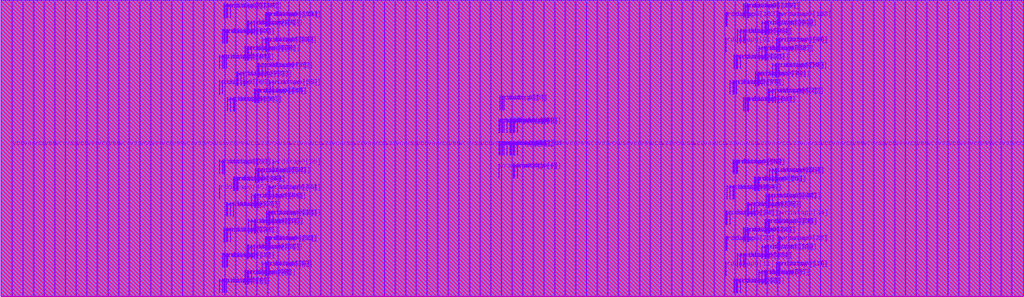
<source format=lef>
VERSION 5.8 ;
BUSBITCHARS "[]" ;
DIVIDERCHAR "/" ;

UNITS
  DATABASE MICRONS 4000 ;
END UNITS

MANUFACTURINGGRID 0.0005 ;

MACRO arf104b256e1r1w0cbbehcaa4acw
  CLASS BLOCK ;
  ORIGIN 0 0 ;
  FOREIGN arf104b256e1r1w0cbbehcaa4acw 0 0 ;
  SIZE 86.4 BY 24.96 ;
  PIN ckrdp0
    DIRECTION INPUT ;
    USE SIGNAL ;
    PORT
      LAYER m7 ;
        RECT 42.172 13.8 42.216 15 ;
    END
  END ckrdp0
  PIN ckwrp0
    DIRECTION INPUT ;
    USE SIGNAL ;
    PORT
      LAYER m7 ;
        RECT 43.284 11.88 43.328 13.08 ;
    END
  END ckwrp0
  PIN rdaddrp0[0]
    DIRECTION INPUT ;
    USE SIGNAL ;
    PORT
      LAYER m7 ;
        RECT 43.072 13.8 43.116 15 ;
    END
  END rdaddrp0[0]
  PIN rdaddrp0[1]
    DIRECTION INPUT ;
    USE SIGNAL ;
    PORT
      LAYER m7 ;
        RECT 43.284 13.8 43.328 15 ;
    END
  END rdaddrp0[1]
  PIN rdaddrp0[2]
    DIRECTION INPUT ;
    USE SIGNAL ;
    PORT
      LAYER m7 ;
        RECT 43.372 13.8 43.416 15 ;
    END
  END rdaddrp0[2]
  PIN rdaddrp0[3]
    DIRECTION INPUT ;
    USE SIGNAL ;
    PORT
      LAYER m7 ;
        RECT 43.628 13.8 43.672 15 ;
    END
  END rdaddrp0[3]
  PIN rdaddrp0[4]
    DIRECTION INPUT ;
    USE SIGNAL ;
    PORT
      LAYER m7 ;
        RECT 42.084 13.8 42.128 15 ;
    END
  END rdaddrp0[4]
  PIN rdaddrp0[5]
    DIRECTION INPUT ;
    USE SIGNAL ;
    PORT
      LAYER m7 ;
        RECT 42.172 15.72 42.216 16.92 ;
    END
  END rdaddrp0[5]
  PIN rdaddrp0[6]
    DIRECTION INPUT ;
    USE SIGNAL ;
    PORT
      LAYER m7 ;
        RECT 42.384 15.72 42.428 16.92 ;
    END
  END rdaddrp0[6]
  PIN rdaddrp0[7]
    DIRECTION INPUT ;
    USE SIGNAL ;
    PORT
      LAYER m7 ;
        RECT 42.472 15.72 42.516 16.92 ;
    END
  END rdaddrp0[7]
  PIN rdaddrp0_fd
    DIRECTION INPUT ;
    USE SIGNAL ;
    PORT
      LAYER m7 ;
        RECT 42.384 13.8 42.428 15 ;
    END
  END rdaddrp0_fd
  PIN rdaddrp0_rd
    DIRECTION INPUT ;
    USE SIGNAL ;
    PORT
      LAYER m7 ;
        RECT 42.472 13.8 42.516 15 ;
    END
  END rdaddrp0_rd
  PIN rddatap0[0]
    DIRECTION OUTPUT ;
    USE SIGNAL ;
    PORT
      LAYER m7 ;
        RECT 18.772 0.24 18.816 1.44 ;
    END
  END rddatap0[0]
  PIN rddatap0[100]
    DIRECTION OUTPUT ;
    USE SIGNAL ;
    PORT
      LAYER m7 ;
        RECT 22.584 22.8 22.628 24 ;
    END
  END rddatap0[100]
  PIN rddatap0[101]
    DIRECTION OUTPUT ;
    USE SIGNAL ;
    PORT
      LAYER m7 ;
        RECT 22.672 22.8 22.716 24 ;
    END
  END rddatap0[101]
  PIN rddatap0[102]
    DIRECTION OUTPUT ;
    USE SIGNAL ;
    PORT
      LAYER m7 ;
        RECT 61.284 22.8 61.328 24 ;
    END
  END rddatap0[102]
  PIN rddatap0[103]
    DIRECTION OUTPUT ;
    USE SIGNAL ;
    PORT
      LAYER m7 ;
        RECT 61.372 22.8 61.416 24 ;
    END
  END rddatap0[103]
  PIN rddatap0[104]
    DIRECTION OUTPUT ;
    USE SIGNAL ;
    PORT
      LAYER m7 ;
        RECT 19.072 23.52 19.116 24.72 ;
    END
  END rddatap0[104]
  PIN rddatap0[105]
    DIRECTION OUTPUT ;
    USE SIGNAL ;
    PORT
      LAYER m7 ;
        RECT 19.328 23.52 19.372 24.72 ;
    END
  END rddatap0[105]
  PIN rddatap0[106]
    DIRECTION OUTPUT ;
    USE SIGNAL ;
    PORT
      LAYER m7 ;
        RECT 63.084 23.52 63.128 24.72 ;
    END
  END rddatap0[106]
  PIN rddatap0[107]
    DIRECTION OUTPUT ;
    USE SIGNAL ;
    PORT
      LAYER m7 ;
        RECT 63.172 23.52 63.216 24.72 ;
    END
  END rddatap0[107]
  PIN rddatap0[10]
    DIRECTION OUTPUT ;
    USE SIGNAL ;
    PORT
      LAYER m7 ;
        RECT 65.872 1.68 65.916 2.88 ;
    END
  END rddatap0[10]
  PIN rddatap0[11]
    DIRECTION OUTPUT ;
    USE SIGNAL ;
    PORT
      LAYER m7 ;
        RECT 61.284 1.68 61.328 2.88 ;
    END
  END rddatap0[11]
  PIN rddatap0[12]
    DIRECTION OUTPUT ;
    USE SIGNAL ;
    PORT
      LAYER m7 ;
        RECT 18.984 2.4 19.028 3.6 ;
    END
  END rddatap0[12]
  PIN rddatap0[13]
    DIRECTION OUTPUT ;
    USE SIGNAL ;
    PORT
      LAYER m7 ;
        RECT 19.072 2.4 19.116 3.6 ;
    END
  END rddatap0[13]
  PIN rddatap0[14]
    DIRECTION OUTPUT ;
    USE SIGNAL ;
    PORT
      LAYER m7 ;
        RECT 62.784 2.4 62.828 3.6 ;
    END
  END rddatap0[14]
  PIN rddatap0[15]
    DIRECTION OUTPUT ;
    USE SIGNAL ;
    PORT
      LAYER m7 ;
        RECT 62.872 2.4 62.916 3.6 ;
    END
  END rddatap0[15]
  PIN rddatap0[16]
    DIRECTION OUTPUT ;
    USE SIGNAL ;
    PORT
      LAYER m7 ;
        RECT 21.128 3.12 21.172 4.32 ;
    END
  END rddatap0[16]
  PIN rddatap0[17]
    DIRECTION OUTPUT ;
    USE SIGNAL ;
    PORT
      LAYER m7 ;
        RECT 21.384 3.12 21.428 4.32 ;
    END
  END rddatap0[17]
  PIN rddatap0[18]
    DIRECTION OUTPUT ;
    USE SIGNAL ;
    PORT
      LAYER m7 ;
        RECT 64.672 3.12 64.716 4.32 ;
    END
  END rddatap0[18]
  PIN rddatap0[19]
    DIRECTION OUTPUT ;
    USE SIGNAL ;
    PORT
      LAYER m7 ;
        RECT 64.884 3.12 64.928 4.32 ;
    END
  END rddatap0[19]
  PIN rddatap0[1]
    DIRECTION OUTPUT ;
    USE SIGNAL ;
    PORT
      LAYER m7 ;
        RECT 18.984 0.24 19.028 1.44 ;
    END
  END rddatap0[1]
  PIN rddatap0[20]
    DIRECTION OUTPUT ;
    USE SIGNAL ;
    PORT
      LAYER m7 ;
        RECT 22.584 3.84 22.628 5.04 ;
    END
  END rddatap0[20]
  PIN rddatap0[21]
    DIRECTION OUTPUT ;
    USE SIGNAL ;
    PORT
      LAYER m7 ;
        RECT 22.672 3.84 22.716 5.04 ;
    END
  END rddatap0[21]
  PIN rddatap0[22]
    DIRECTION OUTPUT ;
    USE SIGNAL ;
    PORT
      LAYER m7 ;
        RECT 61.284 3.84 61.328 5.04 ;
    END
  END rddatap0[22]
  PIN rddatap0[23]
    DIRECTION OUTPUT ;
    USE SIGNAL ;
    PORT
      LAYER m7 ;
        RECT 61.372 3.84 61.416 5.04 ;
    END
  END rddatap0[23]
  PIN rddatap0[24]
    DIRECTION OUTPUT ;
    USE SIGNAL ;
    PORT
      LAYER m7 ;
        RECT 19.072 4.56 19.116 5.76 ;
    END
  END rddatap0[24]
  PIN rddatap0[25]
    DIRECTION OUTPUT ;
    USE SIGNAL ;
    PORT
      LAYER m7 ;
        RECT 19.328 4.56 19.372 5.76 ;
    END
  END rddatap0[25]
  PIN rddatap0[26]
    DIRECTION OUTPUT ;
    USE SIGNAL ;
    PORT
      LAYER m7 ;
        RECT 63.084 4.56 63.128 5.76 ;
    END
  END rddatap0[26]
  PIN rddatap0[27]
    DIRECTION OUTPUT ;
    USE SIGNAL ;
    PORT
      LAYER m7 ;
        RECT 63.172 4.56 63.216 5.76 ;
    END
  END rddatap0[27]
  PIN rddatap0[28]
    DIRECTION OUTPUT ;
    USE SIGNAL ;
    PORT
      LAYER m7 ;
        RECT 21.384 5.28 21.428 6.48 ;
    END
  END rddatap0[28]
  PIN rddatap0[29]
    DIRECTION OUTPUT ;
    USE SIGNAL ;
    PORT
      LAYER m7 ;
        RECT 21.472 5.28 21.516 6.48 ;
    END
  END rddatap0[29]
  PIN rddatap0[2]
    DIRECTION OUTPUT ;
    USE SIGNAL ;
    PORT
      LAYER m7 ;
        RECT 62.272 0.24 62.316 1.44 ;
    END
  END rddatap0[2]
  PIN rddatap0[30]
    DIRECTION OUTPUT ;
    USE SIGNAL ;
    PORT
      LAYER m7 ;
        RECT 64.884 5.28 64.928 6.48 ;
    END
  END rddatap0[30]
  PIN rddatap0[31]
    DIRECTION OUTPUT ;
    USE SIGNAL ;
    PORT
      LAYER m7 ;
        RECT 64.972 5.28 65.016 6.48 ;
    END
  END rddatap0[31]
  PIN rddatap0[32]
    DIRECTION OUTPUT ;
    USE SIGNAL ;
    PORT
      LAYER m7 ;
        RECT 22.672 6 22.716 7.2 ;
    END
  END rddatap0[32]
  PIN rddatap0[33]
    DIRECTION OUTPUT ;
    USE SIGNAL ;
    PORT
      LAYER m7 ;
        RECT 22.928 6 22.972 7.2 ;
    END
  END rddatap0[33]
  PIN rddatap0[34]
    DIRECTION OUTPUT ;
    USE SIGNAL ;
    PORT
      LAYER m7 ;
        RECT 61.372 6 61.416 7.2 ;
    END
  END rddatap0[34]
  PIN rddatap0[35]
    DIRECTION OUTPUT ;
    USE SIGNAL ;
    PORT
      LAYER m7 ;
        RECT 61.628 6 61.672 7.2 ;
    END
  END rddatap0[35]
  PIN rddatap0[36]
    DIRECTION OUTPUT ;
    USE SIGNAL ;
    PORT
      LAYER m7 ;
        RECT 19.328 6.72 19.372 7.92 ;
    END
  END rddatap0[36]
  PIN rddatap0[37]
    DIRECTION OUTPUT ;
    USE SIGNAL ;
    PORT
      LAYER m7 ;
        RECT 19.584 6.72 19.628 7.92 ;
    END
  END rddatap0[37]
  PIN rddatap0[38]
    DIRECTION OUTPUT ;
    USE SIGNAL ;
    PORT
      LAYER m7 ;
        RECT 63.428 6.72 63.472 7.92 ;
    END
  END rddatap0[38]
  PIN rddatap0[39]
    DIRECTION OUTPUT ;
    USE SIGNAL ;
    PORT
      LAYER m7 ;
        RECT 63.684 6.72 63.728 7.92 ;
    END
  END rddatap0[39]
  PIN rddatap0[3]
    DIRECTION OUTPUT ;
    USE SIGNAL ;
    PORT
      LAYER m7 ;
        RECT 62.528 0.24 62.572 1.44 ;
    END
  END rddatap0[3]
  PIN rddatap0[40]
    DIRECTION OUTPUT ;
    USE SIGNAL ;
    PORT
      LAYER m7 ;
        RECT 21.472 7.44 21.516 8.64 ;
    END
  END rddatap0[40]
  PIN rddatap0[41]
    DIRECTION OUTPUT ;
    USE SIGNAL ;
    PORT
      LAYER m7 ;
        RECT 21.684 7.44 21.728 8.64 ;
    END
  END rddatap0[41]
  PIN rddatap0[42]
    DIRECTION OUTPUT ;
    USE SIGNAL ;
    PORT
      LAYER m7 ;
        RECT 64.972 7.44 65.016 8.64 ;
    END
  END rddatap0[42]
  PIN rddatap0[43]
    DIRECTION OUTPUT ;
    USE SIGNAL ;
    PORT
      LAYER m7 ;
        RECT 65.228 7.44 65.272 8.64 ;
    END
  END rddatap0[43]
  PIN rddatap0[44]
    DIRECTION OUTPUT ;
    USE SIGNAL ;
    PORT
      LAYER m7 ;
        RECT 22.928 8.16 22.972 9.36 ;
    END
  END rddatap0[44]
  PIN rddatap0[45]
    DIRECTION OUTPUT ;
    USE SIGNAL ;
    PORT
      LAYER m7 ;
        RECT 18.428 8.16 18.472 9.36 ;
    END
  END rddatap0[45]
  PIN rddatap0[46]
    DIRECTION OUTPUT ;
    USE SIGNAL ;
    PORT
      LAYER m7 ;
        RECT 61.884 8.16 61.928 9.36 ;
    END
  END rddatap0[46]
  PIN rddatap0[47]
    DIRECTION OUTPUT ;
    USE SIGNAL ;
    PORT
      LAYER m7 ;
        RECT 61.972 8.16 62.016 9.36 ;
    END
  END rddatap0[47]
  PIN rddatap0[48]
    DIRECTION OUTPUT ;
    USE SIGNAL ;
    PORT
      LAYER m7 ;
        RECT 19.884 8.88 19.928 10.08 ;
    END
  END rddatap0[48]
  PIN rddatap0[49]
    DIRECTION OUTPUT ;
    USE SIGNAL ;
    PORT
      LAYER m7 ;
        RECT 19.972 8.88 20.016 10.08 ;
    END
  END rddatap0[49]
  PIN rddatap0[4]
    DIRECTION OUTPUT ;
    USE SIGNAL ;
    PORT
      LAYER m7 ;
        RECT 20.872 0.96 20.916 2.16 ;
    END
  END rddatap0[4]
  PIN rddatap0[50]
    DIRECTION OUTPUT ;
    USE SIGNAL ;
    PORT
      LAYER m7 ;
        RECT 63.984 8.88 64.028 10.08 ;
    END
  END rddatap0[50]
  PIN rddatap0[51]
    DIRECTION OUTPUT ;
    USE SIGNAL ;
    PORT
      LAYER m7 ;
        RECT 64.072 8.88 64.116 10.08 ;
    END
  END rddatap0[51]
  PIN rddatap0[52]
    DIRECTION OUTPUT ;
    USE SIGNAL ;
    PORT
      LAYER m7 ;
        RECT 21.772 9.6 21.816 10.8 ;
    END
  END rddatap0[52]
  PIN rddatap0[53]
    DIRECTION OUTPUT ;
    USE SIGNAL ;
    PORT
      LAYER m7 ;
        RECT 22.028 9.6 22.072 10.8 ;
    END
  END rddatap0[53]
  PIN rddatap0[54]
    DIRECTION OUTPUT ;
    USE SIGNAL ;
    PORT
      LAYER m7 ;
        RECT 65.484 9.6 65.528 10.8 ;
    END
  END rddatap0[54]
  PIN rddatap0[55]
    DIRECTION OUTPUT ;
    USE SIGNAL ;
    PORT
      LAYER m7 ;
        RECT 65.572 9.6 65.616 10.8 ;
    END
  END rddatap0[55]
  PIN rddatap0[56]
    DIRECTION OUTPUT ;
    USE SIGNAL ;
    PORT
      LAYER m7 ;
        RECT 18.684 10.32 18.728 11.52 ;
    END
  END rddatap0[56]
  PIN rddatap0[57]
    DIRECTION OUTPUT ;
    USE SIGNAL ;
    PORT
      LAYER m7 ;
        RECT 18.772 10.32 18.816 11.52 ;
    END
  END rddatap0[57]
  PIN rddatap0[58]
    DIRECTION OUTPUT ;
    USE SIGNAL ;
    PORT
      LAYER m7 ;
        RECT 62.184 10.32 62.228 11.52 ;
    END
  END rddatap0[58]
  PIN rddatap0[59]
    DIRECTION OUTPUT ;
    USE SIGNAL ;
    PORT
      LAYER m7 ;
        RECT 62.272 10.32 62.316 11.52 ;
    END
  END rddatap0[59]
  PIN rddatap0[5]
    DIRECTION OUTPUT ;
    USE SIGNAL ;
    PORT
      LAYER m7 ;
        RECT 21.128 0.96 21.172 2.16 ;
    END
  END rddatap0[5]
  PIN rddatap0[60]
    DIRECTION OUTPUT ;
    USE SIGNAL ;
    PORT
      LAYER m7 ;
        RECT 19.584 15.6 19.628 16.8 ;
    END
  END rddatap0[60]
  PIN rddatap0[61]
    DIRECTION OUTPUT ;
    USE SIGNAL ;
    PORT
      LAYER m7 ;
        RECT 19.672 15.6 19.716 16.8 ;
    END
  END rddatap0[61]
  PIN rddatap0[62]
    DIRECTION OUTPUT ;
    USE SIGNAL ;
    PORT
      LAYER m7 ;
        RECT 63.084 15.6 63.128 16.8 ;
    END
  END rddatap0[62]
  PIN rddatap0[63]
    DIRECTION OUTPUT ;
    USE SIGNAL ;
    PORT
      LAYER m7 ;
        RECT 63.172 15.6 63.216 16.8 ;
    END
  END rddatap0[63]
  PIN rddatap0[64]
    DIRECTION OUTPUT ;
    USE SIGNAL ;
    PORT
      LAYER m7 ;
        RECT 21.684 16.32 21.728 17.52 ;
    END
  END rddatap0[64]
  PIN rddatap0[65]
    DIRECTION OUTPUT ;
    USE SIGNAL ;
    PORT
      LAYER m7 ;
        RECT 21.772 16.32 21.816 17.52 ;
    END
  END rddatap0[65]
  PIN rddatap0[66]
    DIRECTION OUTPUT ;
    USE SIGNAL ;
    PORT
      LAYER m7 ;
        RECT 65.228 16.32 65.272 17.52 ;
    END
  END rddatap0[66]
  PIN rddatap0[67]
    DIRECTION OUTPUT ;
    USE SIGNAL ;
    PORT
      LAYER m7 ;
        RECT 65.484 16.32 65.528 17.52 ;
    END
  END rddatap0[67]
  PIN rddatap0[68]
    DIRECTION OUTPUT ;
    USE SIGNAL ;
    PORT
      LAYER m7 ;
        RECT 18.428 17.04 18.472 18.24 ;
    END
  END rddatap0[68]
  PIN rddatap0[69]
    DIRECTION OUTPUT ;
    USE SIGNAL ;
    PORT
      LAYER m7 ;
        RECT 18.684 17.04 18.728 18.24 ;
    END
  END rddatap0[69]
  PIN rddatap0[6]
    DIRECTION OUTPUT ;
    USE SIGNAL ;
    PORT
      LAYER m7 ;
        RECT 64.584 0.96 64.628 2.16 ;
    END
  END rddatap0[6]
  PIN rddatap0[70]
    DIRECTION OUTPUT ;
    USE SIGNAL ;
    PORT
      LAYER m7 ;
        RECT 61.972 17.04 62.016 18.24 ;
    END
  END rddatap0[70]
  PIN rddatap0[71]
    DIRECTION OUTPUT ;
    USE SIGNAL ;
    PORT
      LAYER m7 ;
        RECT 62.184 17.04 62.228 18.24 ;
    END
  END rddatap0[71]
  PIN rddatap0[72]
    DIRECTION OUTPUT ;
    USE SIGNAL ;
    PORT
      LAYER m7 ;
        RECT 20.228 17.76 20.272 18.96 ;
    END
  END rddatap0[72]
  PIN rddatap0[73]
    DIRECTION OUTPUT ;
    USE SIGNAL ;
    PORT
      LAYER m7 ;
        RECT 20.484 17.76 20.528 18.96 ;
    END
  END rddatap0[73]
  PIN rddatap0[74]
    DIRECTION OUTPUT ;
    USE SIGNAL ;
    PORT
      LAYER m7 ;
        RECT 64.072 17.76 64.116 18.96 ;
    END
  END rddatap0[74]
  PIN rddatap0[75]
    DIRECTION OUTPUT ;
    USE SIGNAL ;
    PORT
      LAYER m7 ;
        RECT 64.328 17.76 64.372 18.96 ;
    END
  END rddatap0[75]
  PIN rddatap0[76]
    DIRECTION OUTPUT ;
    USE SIGNAL ;
    PORT
      LAYER m7 ;
        RECT 22.028 18.48 22.072 19.68 ;
    END
  END rddatap0[76]
  PIN rddatap0[77]
    DIRECTION OUTPUT ;
    USE SIGNAL ;
    PORT
      LAYER m7 ;
        RECT 22.284 18.48 22.328 19.68 ;
    END
  END rddatap0[77]
  PIN rddatap0[78]
    DIRECTION OUTPUT ;
    USE SIGNAL ;
    PORT
      LAYER m7 ;
        RECT 65.572 18.48 65.616 19.68 ;
    END
  END rddatap0[78]
  PIN rddatap0[79]
    DIRECTION OUTPUT ;
    USE SIGNAL ;
    PORT
      LAYER m7 ;
        RECT 65.784 18.48 65.828 19.68 ;
    END
  END rddatap0[79]
  PIN rddatap0[7]
    DIRECTION OUTPUT ;
    USE SIGNAL ;
    PORT
      LAYER m7 ;
        RECT 64.672 0.96 64.716 2.16 ;
    END
  END rddatap0[7]
  PIN rddatap0[80]
    DIRECTION OUTPUT ;
    USE SIGNAL ;
    PORT
      LAYER m7 ;
        RECT 18.772 19.2 18.816 20.4 ;
    END
  END rddatap0[80]
  PIN rddatap0[81]
    DIRECTION OUTPUT ;
    USE SIGNAL ;
    PORT
      LAYER m7 ;
        RECT 18.984 19.2 19.028 20.4 ;
    END
  END rddatap0[81]
  PIN rddatap0[82]
    DIRECTION OUTPUT ;
    USE SIGNAL ;
    PORT
      LAYER m7 ;
        RECT 62.272 19.2 62.316 20.4 ;
    END
  END rddatap0[82]
  PIN rddatap0[83]
    DIRECTION OUTPUT ;
    USE SIGNAL ;
    PORT
      LAYER m7 ;
        RECT 62.528 19.2 62.572 20.4 ;
    END
  END rddatap0[83]
  PIN rddatap0[84]
    DIRECTION OUTPUT ;
    USE SIGNAL ;
    PORT
      LAYER m7 ;
        RECT 20.872 19.92 20.916 21.12 ;
    END
  END rddatap0[84]
  PIN rddatap0[85]
    DIRECTION OUTPUT ;
    USE SIGNAL ;
    PORT
      LAYER m7 ;
        RECT 21.128 19.92 21.172 21.12 ;
    END
  END rddatap0[85]
  PIN rddatap0[86]
    DIRECTION OUTPUT ;
    USE SIGNAL ;
    PORT
      LAYER m7 ;
        RECT 64.584 19.92 64.628 21.12 ;
    END
  END rddatap0[86]
  PIN rddatap0[87]
    DIRECTION OUTPUT ;
    USE SIGNAL ;
    PORT
      LAYER m7 ;
        RECT 64.672 19.92 64.716 21.12 ;
    END
  END rddatap0[87]
  PIN rddatap0[88]
    DIRECTION OUTPUT ;
    USE SIGNAL ;
    PORT
      LAYER m7 ;
        RECT 22.372 20.64 22.416 21.84 ;
    END
  END rddatap0[88]
  PIN rddatap0[89]
    DIRECTION OUTPUT ;
    USE SIGNAL ;
    PORT
      LAYER m7 ;
        RECT 22.584 20.64 22.628 21.84 ;
    END
  END rddatap0[89]
  PIN rddatap0[8]
    DIRECTION OUTPUT ;
    USE SIGNAL ;
    PORT
      LAYER m7 ;
        RECT 22.372 1.68 22.416 2.88 ;
    END
  END rddatap0[8]
  PIN rddatap0[90]
    DIRECTION OUTPUT ;
    USE SIGNAL ;
    PORT
      LAYER m7 ;
        RECT 65.872 20.64 65.916 21.84 ;
    END
  END rddatap0[90]
  PIN rddatap0[91]
    DIRECTION OUTPUT ;
    USE SIGNAL ;
    PORT
      LAYER m7 ;
        RECT 61.284 20.64 61.328 21.84 ;
    END
  END rddatap0[91]
  PIN rddatap0[92]
    DIRECTION OUTPUT ;
    USE SIGNAL ;
    PORT
      LAYER m7 ;
        RECT 18.984 21.36 19.028 22.56 ;
    END
  END rddatap0[92]
  PIN rddatap0[93]
    DIRECTION OUTPUT ;
    USE SIGNAL ;
    PORT
      LAYER m7 ;
        RECT 19.072 21.36 19.116 22.56 ;
    END
  END rddatap0[93]
  PIN rddatap0[94]
    DIRECTION OUTPUT ;
    USE SIGNAL ;
    PORT
      LAYER m7 ;
        RECT 62.784 21.36 62.828 22.56 ;
    END
  END rddatap0[94]
  PIN rddatap0[95]
    DIRECTION OUTPUT ;
    USE SIGNAL ;
    PORT
      LAYER m7 ;
        RECT 62.872 21.36 62.916 22.56 ;
    END
  END rddatap0[95]
  PIN rddatap0[96]
    DIRECTION OUTPUT ;
    USE SIGNAL ;
    PORT
      LAYER m7 ;
        RECT 21.128 22.08 21.172 23.28 ;
    END
  END rddatap0[96]
  PIN rddatap0[97]
    DIRECTION OUTPUT ;
    USE SIGNAL ;
    PORT
      LAYER m7 ;
        RECT 21.384 22.08 21.428 23.28 ;
    END
  END rddatap0[97]
  PIN rddatap0[98]
    DIRECTION OUTPUT ;
    USE SIGNAL ;
    PORT
      LAYER m7 ;
        RECT 64.672 22.08 64.716 23.28 ;
    END
  END rddatap0[98]
  PIN rddatap0[99]
    DIRECTION OUTPUT ;
    USE SIGNAL ;
    PORT
      LAYER m7 ;
        RECT 64.884 22.08 64.928 23.28 ;
    END
  END rddatap0[99]
  PIN rddatap0[9]
    DIRECTION OUTPUT ;
    USE SIGNAL ;
    PORT
      LAYER m7 ;
        RECT 22.584 1.68 22.628 2.88 ;
    END
  END rddatap0[9]
  PIN rdenp0
    DIRECTION INPUT ;
    USE SIGNAL ;
    PORT
      LAYER m7 ;
        RECT 42.728 13.8 42.772 15 ;
    END
  END rdenp0
  PIN sdl_initp0
    DIRECTION INPUT ;
    USE SIGNAL ;
    PORT
      LAYER m7 ;
        RECT 42.984 13.8 43.028 15 ;
    END
  END sdl_initp0
  PIN vcc
    DIRECTION INPUT ;
    USE POWER ;
    PORT
      LAYER m7 ;
        RECT 85.462 0.06 85.538 24.9 ;
    END
    PORT
      LAYER m7 ;
        RECT 83.662 0.06 83.738 24.9 ;
    END
    PORT
      LAYER m7 ;
        RECT 81.862 0.06 81.938 24.9 ;
    END
    PORT
      LAYER m7 ;
        RECT 80.062 0.06 80.138 24.9 ;
    END
    PORT
      LAYER m7 ;
        RECT 78.262 0.06 78.338 24.9 ;
    END
    PORT
      LAYER m7 ;
        RECT 76.462 0.06 76.538 24.9 ;
    END
    PORT
      LAYER m7 ;
        RECT 74.662 0.06 74.738 24.9 ;
    END
    PORT
      LAYER m7 ;
        RECT 72.862 0.06 72.938 24.9 ;
    END
    PORT
      LAYER m7 ;
        RECT 71.062 0.06 71.138 24.9 ;
    END
    PORT
      LAYER m7 ;
        RECT 69.262 0.06 69.338 24.9 ;
    END
    PORT
      LAYER m7 ;
        RECT 67.462 0.06 67.538 24.9 ;
    END
    PORT
      LAYER m7 ;
        RECT 65.662 0.06 65.738 24.9 ;
    END
    PORT
      LAYER m7 ;
        RECT 63.862 0.06 63.938 24.9 ;
    END
    PORT
      LAYER m7 ;
        RECT 62.062 0.06 62.138 24.9 ;
    END
    PORT
      LAYER m7 ;
        RECT 60.262 0.06 60.338 24.9 ;
    END
    PORT
      LAYER m7 ;
        RECT 58.462 0.06 58.538 24.9 ;
    END
    PORT
      LAYER m7 ;
        RECT 56.662 0.06 56.738 24.9 ;
    END
    PORT
      LAYER m7 ;
        RECT 54.862 0.06 54.938 24.9 ;
    END
    PORT
      LAYER m7 ;
        RECT 53.062 0.06 53.138 24.9 ;
    END
    PORT
      LAYER m7 ;
        RECT 51.262 0.06 51.338 24.9 ;
    END
    PORT
      LAYER m7 ;
        RECT 49.462 0.06 49.538 24.9 ;
    END
    PORT
      LAYER m7 ;
        RECT 47.662 0.06 47.738 24.9 ;
    END
    PORT
      LAYER m7 ;
        RECT 45.862 0.06 45.938 24.9 ;
    END
    PORT
      LAYER m7 ;
        RECT 44.062 0.06 44.138 24.9 ;
    END
    PORT
      LAYER m7 ;
        RECT 42.262 0.06 42.338 24.9 ;
    END
    PORT
      LAYER m7 ;
        RECT 40.462 0.06 40.538 24.9 ;
    END
    PORT
      LAYER m7 ;
        RECT 38.662 0.06 38.738 24.9 ;
    END
    PORT
      LAYER m7 ;
        RECT 36.862 0.06 36.938 24.9 ;
    END
    PORT
      LAYER m7 ;
        RECT 35.062 0.06 35.138 24.9 ;
    END
    PORT
      LAYER m7 ;
        RECT 33.262 0.06 33.338 24.9 ;
    END
    PORT
      LAYER m7 ;
        RECT 31.462 0.06 31.538 24.9 ;
    END
    PORT
      LAYER m7 ;
        RECT 29.662 0.06 29.738 24.9 ;
    END
    PORT
      LAYER m7 ;
        RECT 27.862 0.06 27.938 24.9 ;
    END
    PORT
      LAYER m7 ;
        RECT 26.062 0.06 26.138 24.9 ;
    END
    PORT
      LAYER m7 ;
        RECT 24.262 0.06 24.338 24.9 ;
    END
    PORT
      LAYER m7 ;
        RECT 22.462 0.06 22.538 24.9 ;
    END
    PORT
      LAYER m7 ;
        RECT 20.662 0.06 20.738 24.9 ;
    END
    PORT
      LAYER m7 ;
        RECT 18.862 0.06 18.938 24.9 ;
    END
    PORT
      LAYER m7 ;
        RECT 17.062 0.06 17.138 24.9 ;
    END
    PORT
      LAYER m7 ;
        RECT 15.262 0.06 15.338 24.9 ;
    END
    PORT
      LAYER m7 ;
        RECT 13.462 0.06 13.538 24.9 ;
    END
    PORT
      LAYER m7 ;
        RECT 11.662 0.06 11.738 24.9 ;
    END
    PORT
      LAYER m7 ;
        RECT 9.862 0.06 9.938 24.9 ;
    END
    PORT
      LAYER m7 ;
        RECT 8.062 0.06 8.138 24.9 ;
    END
    PORT
      LAYER m7 ;
        RECT 6.262 0.06 6.338 24.9 ;
    END
    PORT
      LAYER m7 ;
        RECT 4.462 0.06 4.538 24.9 ;
    END
    PORT
      LAYER m7 ;
        RECT 2.662 0.06 2.738 24.9 ;
    END
    PORT
      LAYER m7 ;
        RECT 0.862 0.06 0.938 24.9 ;
    END
  END vcc
  PIN vss
    DIRECTION INOUT ;
    USE GROUND ;
    PORT
      LAYER m7 ;
        RECT 84.562 0.06 84.638 24.9 ;
    END
    PORT
      LAYER m7 ;
        RECT 82.762 0.06 82.838 24.9 ;
    END
    PORT
      LAYER m7 ;
        RECT 80.962 0.06 81.038 24.9 ;
    END
    PORT
      LAYER m7 ;
        RECT 79.162 0.06 79.238 24.9 ;
    END
    PORT
      LAYER m7 ;
        RECT 77.362 0.06 77.438 24.9 ;
    END
    PORT
      LAYER m7 ;
        RECT 75.562 0.06 75.638 24.9 ;
    END
    PORT
      LAYER m7 ;
        RECT 73.762 0.06 73.838 24.9 ;
    END
    PORT
      LAYER m7 ;
        RECT 71.962 0.06 72.038 24.9 ;
    END
    PORT
      LAYER m7 ;
        RECT 70.162 0.06 70.238 24.9 ;
    END
    PORT
      LAYER m7 ;
        RECT 68.362 0.06 68.438 24.9 ;
    END
    PORT
      LAYER m7 ;
        RECT 66.562 0.06 66.638 24.9 ;
    END
    PORT
      LAYER m7 ;
        RECT 64.762 0.06 64.838 24.9 ;
    END
    PORT
      LAYER m7 ;
        RECT 62.962 0.06 63.038 24.9 ;
    END
    PORT
      LAYER m7 ;
        RECT 61.162 0.06 61.238 24.9 ;
    END
    PORT
      LAYER m7 ;
        RECT 59.362 0.06 59.438 24.9 ;
    END
    PORT
      LAYER m7 ;
        RECT 57.562 0.06 57.638 24.9 ;
    END
    PORT
      LAYER m7 ;
        RECT 55.762 0.06 55.838 24.9 ;
    END
    PORT
      LAYER m7 ;
        RECT 53.962 0.06 54.038 24.9 ;
    END
    PORT
      LAYER m7 ;
        RECT 52.162 0.06 52.238 24.9 ;
    END
    PORT
      LAYER m7 ;
        RECT 50.362 0.06 50.438 24.9 ;
    END
    PORT
      LAYER m7 ;
        RECT 48.562 0.06 48.638 24.9 ;
    END
    PORT
      LAYER m7 ;
        RECT 46.762 0.06 46.838 24.9 ;
    END
    PORT
      LAYER m7 ;
        RECT 44.962 0.06 45.038 24.9 ;
    END
    PORT
      LAYER m7 ;
        RECT 43.162 0.06 43.238 24.9 ;
    END
    PORT
      LAYER m7 ;
        RECT 41.362 0.06 41.438 24.9 ;
    END
    PORT
      LAYER m7 ;
        RECT 39.562 0.06 39.638 24.9 ;
    END
    PORT
      LAYER m7 ;
        RECT 37.762 0.06 37.838 24.9 ;
    END
    PORT
      LAYER m7 ;
        RECT 35.962 0.06 36.038 24.9 ;
    END
    PORT
      LAYER m7 ;
        RECT 34.162 0.06 34.238 24.9 ;
    END
    PORT
      LAYER m7 ;
        RECT 32.362 0.06 32.438 24.9 ;
    END
    PORT
      LAYER m7 ;
        RECT 30.562 0.06 30.638 24.9 ;
    END
    PORT
      LAYER m7 ;
        RECT 28.762 0.06 28.838 24.9 ;
    END
    PORT
      LAYER m7 ;
        RECT 26.962 0.06 27.038 24.9 ;
    END
    PORT
      LAYER m7 ;
        RECT 25.162 0.06 25.238 24.9 ;
    END
    PORT
      LAYER m7 ;
        RECT 23.362 0.06 23.438 24.9 ;
    END
    PORT
      LAYER m7 ;
        RECT 21.562 0.06 21.638 24.9 ;
    END
    PORT
      LAYER m7 ;
        RECT 19.762 0.06 19.838 24.9 ;
    END
    PORT
      LAYER m7 ;
        RECT 17.962 0.06 18.038 24.9 ;
    END
    PORT
      LAYER m7 ;
        RECT 16.162 0.06 16.238 24.9 ;
    END
    PORT
      LAYER m7 ;
        RECT 14.362 0.06 14.438 24.9 ;
    END
    PORT
      LAYER m7 ;
        RECT 12.562 0.06 12.638 24.9 ;
    END
    PORT
      LAYER m7 ;
        RECT 10.762 0.06 10.838 24.9 ;
    END
    PORT
      LAYER m7 ;
        RECT 8.962 0.06 9.038 24.9 ;
    END
    PORT
      LAYER m7 ;
        RECT 7.162 0.06 7.238 24.9 ;
    END
    PORT
      LAYER m7 ;
        RECT 5.362 0.06 5.438 24.9 ;
    END
    PORT
      LAYER m7 ;
        RECT 3.562 0.06 3.638 24.9 ;
    END
    PORT
      LAYER m7 ;
        RECT 1.762 0.06 1.838 24.9 ;
    END
  END vss
  PIN wraddrp0[0]
    DIRECTION INPUT ;
    USE SIGNAL ;
    PORT
      LAYER m7 ;
        RECT 42.472 11.88 42.516 13.08 ;
    END
  END wraddrp0[0]
  PIN wraddrp0[1]
    DIRECTION INPUT ;
    USE SIGNAL ;
    PORT
      LAYER m7 ;
        RECT 42.728 11.88 42.772 13.08 ;
    END
  END wraddrp0[1]
  PIN wraddrp0[2]
    DIRECTION INPUT ;
    USE SIGNAL ;
    PORT
      LAYER m7 ;
        RECT 42.984 11.88 43.028 13.08 ;
    END
  END wraddrp0[2]
  PIN wraddrp0[3]
    DIRECTION INPUT ;
    USE SIGNAL ;
    PORT
      LAYER m7 ;
        RECT 43.072 11.88 43.116 13.08 ;
    END
  END wraddrp0[3]
  PIN wraddrp0[4]
    DIRECTION INPUT ;
    USE SIGNAL ;
    PORT
      LAYER m7 ;
        RECT 43.284 9.96 43.328 11.16 ;
    END
  END wraddrp0[4]
  PIN wraddrp0[5]
    DIRECTION INPUT ;
    USE SIGNAL ;
    PORT
      LAYER m7 ;
        RECT 43.372 9.96 43.416 11.16 ;
    END
  END wraddrp0[5]
  PIN wraddrp0[6]
    DIRECTION INPUT ;
    USE SIGNAL ;
    PORT
      LAYER m7 ;
        RECT 43.628 9.96 43.672 11.16 ;
    END
  END wraddrp0[6]
  PIN wraddrp0[7]
    DIRECTION INPUT ;
    USE SIGNAL ;
    PORT
      LAYER m7 ;
        RECT 42.084 9.96 42.128 11.16 ;
    END
  END wraddrp0[7]
  PIN wraddrp0_fd
    DIRECTION INPUT ;
    USE SIGNAL ;
    PORT
      LAYER m7 ;
        RECT 43.372 11.88 43.416 13.08 ;
    END
  END wraddrp0_fd
  PIN wraddrp0_rd
    DIRECTION INPUT ;
    USE SIGNAL ;
    PORT
      LAYER m7 ;
        RECT 43.628 11.88 43.672 13.08 ;
    END
  END wraddrp0_rd
  PIN wrdatap0[0]
    DIRECTION INPUT ;
    USE SIGNAL ;
    PORT
      LAYER m7 ;
        RECT 18.428 0.24 18.472 1.44 ;
    END
  END wrdatap0[0]
  PIN wrdatap0[100]
    DIRECTION INPUT ;
    USE SIGNAL ;
    PORT
      LAYER m7 ;
        RECT 22.284 22.8 22.328 24 ;
    END
  END wrdatap0[100]
  PIN wrdatap0[101]
    DIRECTION INPUT ;
    USE SIGNAL ;
    PORT
      LAYER m7 ;
        RECT 22.372 22.8 22.416 24 ;
    END
  END wrdatap0[101]
  PIN wrdatap0[102]
    DIRECTION INPUT ;
    USE SIGNAL ;
    PORT
      LAYER m7 ;
        RECT 65.784 22.8 65.828 24 ;
    END
  END wrdatap0[102]
  PIN wrdatap0[103]
    DIRECTION INPUT ;
    USE SIGNAL ;
    PORT
      LAYER m7 ;
        RECT 65.872 22.8 65.916 24 ;
    END
  END wrdatap0[103]
  PIN wrdatap0[104]
    DIRECTION INPUT ;
    USE SIGNAL ;
    PORT
      LAYER m7 ;
        RECT 18.772 23.52 18.816 24.72 ;
    END
  END wrdatap0[104]
  PIN wrdatap0[105]
    DIRECTION INPUT ;
    USE SIGNAL ;
    PORT
      LAYER m7 ;
        RECT 18.984 23.52 19.028 24.72 ;
    END
  END wrdatap0[105]
  PIN wrdatap0[106]
    DIRECTION INPUT ;
    USE SIGNAL ;
    PORT
      LAYER m7 ;
        RECT 62.784 23.52 62.828 24.72 ;
    END
  END wrdatap0[106]
  PIN wrdatap0[107]
    DIRECTION INPUT ;
    USE SIGNAL ;
    PORT
      LAYER m7 ;
        RECT 62.872 23.52 62.916 24.72 ;
    END
  END wrdatap0[107]
  PIN wrdatap0[10]
    DIRECTION INPUT ;
    USE SIGNAL ;
    PORT
      LAYER m7 ;
        RECT 65.572 1.68 65.616 2.88 ;
    END
  END wrdatap0[10]
  PIN wrdatap0[11]
    DIRECTION INPUT ;
    USE SIGNAL ;
    PORT
      LAYER m7 ;
        RECT 65.784 1.68 65.828 2.88 ;
    END
  END wrdatap0[11]
  PIN wrdatap0[12]
    DIRECTION INPUT ;
    USE SIGNAL ;
    PORT
      LAYER m7 ;
        RECT 18.684 2.4 18.728 3.6 ;
    END
  END wrdatap0[12]
  PIN wrdatap0[13]
    DIRECTION INPUT ;
    USE SIGNAL ;
    PORT
      LAYER m7 ;
        RECT 18.772 2.4 18.816 3.6 ;
    END
  END wrdatap0[13]
  PIN wrdatap0[14]
    DIRECTION INPUT ;
    USE SIGNAL ;
    PORT
      LAYER m7 ;
        RECT 62.272 2.4 62.316 3.6 ;
    END
  END wrdatap0[14]
  PIN wrdatap0[15]
    DIRECTION INPUT ;
    USE SIGNAL ;
    PORT
      LAYER m7 ;
        RECT 62.528 2.4 62.572 3.6 ;
    END
  END wrdatap0[15]
  PIN wrdatap0[16]
    DIRECTION INPUT ;
    USE SIGNAL ;
    PORT
      LAYER m7 ;
        RECT 20.784 3.12 20.828 4.32 ;
    END
  END wrdatap0[16]
  PIN wrdatap0[17]
    DIRECTION INPUT ;
    USE SIGNAL ;
    PORT
      LAYER m7 ;
        RECT 20.872 3.12 20.916 4.32 ;
    END
  END wrdatap0[17]
  PIN wrdatap0[18]
    DIRECTION INPUT ;
    USE SIGNAL ;
    PORT
      LAYER m7 ;
        RECT 64.328 3.12 64.372 4.32 ;
    END
  END wrdatap0[18]
  PIN wrdatap0[19]
    DIRECTION INPUT ;
    USE SIGNAL ;
    PORT
      LAYER m7 ;
        RECT 64.584 3.12 64.628 4.32 ;
    END
  END wrdatap0[19]
  PIN wrdatap0[1]
    DIRECTION INPUT ;
    USE SIGNAL ;
    PORT
      LAYER m7 ;
        RECT 18.684 0.24 18.728 1.44 ;
    END
  END wrdatap0[1]
  PIN wrdatap0[20]
    DIRECTION INPUT ;
    USE SIGNAL ;
    PORT
      LAYER m7 ;
        RECT 22.284 3.84 22.328 5.04 ;
    END
  END wrdatap0[20]
  PIN wrdatap0[21]
    DIRECTION INPUT ;
    USE SIGNAL ;
    PORT
      LAYER m7 ;
        RECT 22.372 3.84 22.416 5.04 ;
    END
  END wrdatap0[21]
  PIN wrdatap0[22]
    DIRECTION INPUT ;
    USE SIGNAL ;
    PORT
      LAYER m7 ;
        RECT 65.784 3.84 65.828 5.04 ;
    END
  END wrdatap0[22]
  PIN wrdatap0[23]
    DIRECTION INPUT ;
    USE SIGNAL ;
    PORT
      LAYER m7 ;
        RECT 65.872 3.84 65.916 5.04 ;
    END
  END wrdatap0[23]
  PIN wrdatap0[24]
    DIRECTION INPUT ;
    USE SIGNAL ;
    PORT
      LAYER m7 ;
        RECT 18.772 4.56 18.816 5.76 ;
    END
  END wrdatap0[24]
  PIN wrdatap0[25]
    DIRECTION INPUT ;
    USE SIGNAL ;
    PORT
      LAYER m7 ;
        RECT 18.984 4.56 19.028 5.76 ;
    END
  END wrdatap0[25]
  PIN wrdatap0[26]
    DIRECTION INPUT ;
    USE SIGNAL ;
    PORT
      LAYER m7 ;
        RECT 62.784 4.56 62.828 5.76 ;
    END
  END wrdatap0[26]
  PIN wrdatap0[27]
    DIRECTION INPUT ;
    USE SIGNAL ;
    PORT
      LAYER m7 ;
        RECT 62.872 4.56 62.916 5.76 ;
    END
  END wrdatap0[27]
  PIN wrdatap0[28]
    DIRECTION INPUT ;
    USE SIGNAL ;
    PORT
      LAYER m7 ;
        RECT 20.872 5.28 20.916 6.48 ;
    END
  END wrdatap0[28]
  PIN wrdatap0[29]
    DIRECTION INPUT ;
    USE SIGNAL ;
    PORT
      LAYER m7 ;
        RECT 21.128 5.28 21.172 6.48 ;
    END
  END wrdatap0[29]
  PIN wrdatap0[2]
    DIRECTION INPUT ;
    USE SIGNAL ;
    PORT
      LAYER m7 ;
        RECT 61.972 0.24 62.016 1.44 ;
    END
  END wrdatap0[2]
  PIN wrdatap0[30]
    DIRECTION INPUT ;
    USE SIGNAL ;
    PORT
      LAYER m7 ;
        RECT 64.584 5.28 64.628 6.48 ;
    END
  END wrdatap0[30]
  PIN wrdatap0[31]
    DIRECTION INPUT ;
    USE SIGNAL ;
    PORT
      LAYER m7 ;
        RECT 64.672 5.28 64.716 6.48 ;
    END
  END wrdatap0[31]
  PIN wrdatap0[32]
    DIRECTION INPUT ;
    USE SIGNAL ;
    PORT
      LAYER m7 ;
        RECT 22.372 6 22.416 7.2 ;
    END
  END wrdatap0[32]
  PIN wrdatap0[33]
    DIRECTION INPUT ;
    USE SIGNAL ;
    PORT
      LAYER m7 ;
        RECT 22.584 6 22.628 7.2 ;
    END
  END wrdatap0[33]
  PIN wrdatap0[34]
    DIRECTION INPUT ;
    USE SIGNAL ;
    PORT
      LAYER m7 ;
        RECT 65.872 6 65.916 7.2 ;
    END
  END wrdatap0[34]
  PIN wrdatap0[35]
    DIRECTION INPUT ;
    USE SIGNAL ;
    PORT
      LAYER m7 ;
        RECT 61.284 6 61.328 7.2 ;
    END
  END wrdatap0[35]
  PIN wrdatap0[36]
    DIRECTION INPUT ;
    USE SIGNAL ;
    PORT
      LAYER m7 ;
        RECT 18.984 6.72 19.028 7.92 ;
    END
  END wrdatap0[36]
  PIN wrdatap0[37]
    DIRECTION INPUT ;
    USE SIGNAL ;
    PORT
      LAYER m7 ;
        RECT 19.072 6.72 19.116 7.92 ;
    END
  END wrdatap0[37]
  PIN wrdatap0[38]
    DIRECTION INPUT ;
    USE SIGNAL ;
    PORT
      LAYER m7 ;
        RECT 63.084 6.72 63.128 7.92 ;
    END
  END wrdatap0[38]
  PIN wrdatap0[39]
    DIRECTION INPUT ;
    USE SIGNAL ;
    PORT
      LAYER m7 ;
        RECT 63.172 6.72 63.216 7.92 ;
    END
  END wrdatap0[39]
  PIN wrdatap0[3]
    DIRECTION INPUT ;
    USE SIGNAL ;
    PORT
      LAYER m7 ;
        RECT 62.184 0.24 62.228 1.44 ;
    END
  END wrdatap0[3]
  PIN wrdatap0[40]
    DIRECTION INPUT ;
    USE SIGNAL ;
    PORT
      LAYER m7 ;
        RECT 21.128 7.44 21.172 8.64 ;
    END
  END wrdatap0[40]
  PIN wrdatap0[41]
    DIRECTION INPUT ;
    USE SIGNAL ;
    PORT
      LAYER m7 ;
        RECT 21.384 7.44 21.428 8.64 ;
    END
  END wrdatap0[41]
  PIN wrdatap0[42]
    DIRECTION INPUT ;
    USE SIGNAL ;
    PORT
      LAYER m7 ;
        RECT 64.672 7.44 64.716 8.64 ;
    END
  END wrdatap0[42]
  PIN wrdatap0[43]
    DIRECTION INPUT ;
    USE SIGNAL ;
    PORT
      LAYER m7 ;
        RECT 64.884 7.44 64.928 8.64 ;
    END
  END wrdatap0[43]
  PIN wrdatap0[44]
    DIRECTION INPUT ;
    USE SIGNAL ;
    PORT
      LAYER m7 ;
        RECT 22.584 8.16 22.628 9.36 ;
    END
  END wrdatap0[44]
  PIN wrdatap0[45]
    DIRECTION INPUT ;
    USE SIGNAL ;
    PORT
      LAYER m7 ;
        RECT 22.672 8.16 22.716 9.36 ;
    END
  END wrdatap0[45]
  PIN wrdatap0[46]
    DIRECTION INPUT ;
    USE SIGNAL ;
    PORT
      LAYER m7 ;
        RECT 61.372 8.16 61.416 9.36 ;
    END
  END wrdatap0[46]
  PIN wrdatap0[47]
    DIRECTION INPUT ;
    USE SIGNAL ;
    PORT
      LAYER m7 ;
        RECT 61.628 8.16 61.672 9.36 ;
    END
  END wrdatap0[47]
  PIN wrdatap0[48]
    DIRECTION INPUT ;
    USE SIGNAL ;
    PORT
      LAYER m7 ;
        RECT 19.584 8.88 19.628 10.08 ;
    END
  END wrdatap0[48]
  PIN wrdatap0[49]
    DIRECTION INPUT ;
    USE SIGNAL ;
    PORT
      LAYER m7 ;
        RECT 19.672 8.88 19.716 10.08 ;
    END
  END wrdatap0[49]
  PIN wrdatap0[4]
    DIRECTION INPUT ;
    USE SIGNAL ;
    PORT
      LAYER m7 ;
        RECT 20.572 0.96 20.616 2.16 ;
    END
  END wrdatap0[4]
  PIN wrdatap0[50]
    DIRECTION INPUT ;
    USE SIGNAL ;
    PORT
      LAYER m7 ;
        RECT 63.684 8.88 63.728 10.08 ;
    END
  END wrdatap0[50]
  PIN wrdatap0[51]
    DIRECTION INPUT ;
    USE SIGNAL ;
    PORT
      LAYER m7 ;
        RECT 63.772 8.88 63.816 10.08 ;
    END
  END wrdatap0[51]
  PIN wrdatap0[52]
    DIRECTION INPUT ;
    USE SIGNAL ;
    PORT
      LAYER m7 ;
        RECT 21.472 9.6 21.516 10.8 ;
    END
  END wrdatap0[52]
  PIN wrdatap0[53]
    DIRECTION INPUT ;
    USE SIGNAL ;
    PORT
      LAYER m7 ;
        RECT 21.684 9.6 21.728 10.8 ;
    END
  END wrdatap0[53]
  PIN wrdatap0[54]
    DIRECTION INPUT ;
    USE SIGNAL ;
    PORT
      LAYER m7 ;
        RECT 64.972 9.6 65.016 10.8 ;
    END
  END wrdatap0[54]
  PIN wrdatap0[55]
    DIRECTION INPUT ;
    USE SIGNAL ;
    PORT
      LAYER m7 ;
        RECT 65.228 9.6 65.272 10.8 ;
    END
  END wrdatap0[55]
  PIN wrdatap0[56]
    DIRECTION INPUT ;
    USE SIGNAL ;
    PORT
      LAYER m7 ;
        RECT 22.928 10.32 22.972 11.52 ;
    END
  END wrdatap0[56]
  PIN wrdatap0[57]
    DIRECTION INPUT ;
    USE SIGNAL ;
    PORT
      LAYER m7 ;
        RECT 18.428 10.32 18.472 11.52 ;
    END
  END wrdatap0[57]
  PIN wrdatap0[58]
    DIRECTION INPUT ;
    USE SIGNAL ;
    PORT
      LAYER m7 ;
        RECT 61.884 10.32 61.928 11.52 ;
    END
  END wrdatap0[58]
  PIN wrdatap0[59]
    DIRECTION INPUT ;
    USE SIGNAL ;
    PORT
      LAYER m7 ;
        RECT 61.972 10.32 62.016 11.52 ;
    END
  END wrdatap0[59]
  PIN wrdatap0[5]
    DIRECTION INPUT ;
    USE SIGNAL ;
    PORT
      LAYER m7 ;
        RECT 20.784 0.96 20.828 2.16 ;
    END
  END wrdatap0[5]
  PIN wrdatap0[60]
    DIRECTION INPUT ;
    USE SIGNAL ;
    PORT
      LAYER m7 ;
        RECT 19.072 15.6 19.116 16.8 ;
    END
  END wrdatap0[60]
  PIN wrdatap0[61]
    DIRECTION INPUT ;
    USE SIGNAL ;
    PORT
      LAYER m7 ;
        RECT 19.328 15.6 19.372 16.8 ;
    END
  END wrdatap0[61]
  PIN wrdatap0[62]
    DIRECTION INPUT ;
    USE SIGNAL ;
    PORT
      LAYER m7 ;
        RECT 62.784 15.6 62.828 16.8 ;
    END
  END wrdatap0[62]
  PIN wrdatap0[63]
    DIRECTION INPUT ;
    USE SIGNAL ;
    PORT
      LAYER m7 ;
        RECT 62.872 15.6 62.916 16.8 ;
    END
  END wrdatap0[63]
  PIN wrdatap0[64]
    DIRECTION INPUT ;
    USE SIGNAL ;
    PORT
      LAYER m7 ;
        RECT 21.384 16.32 21.428 17.52 ;
    END
  END wrdatap0[64]
  PIN wrdatap0[65]
    DIRECTION INPUT ;
    USE SIGNAL ;
    PORT
      LAYER m7 ;
        RECT 21.472 16.32 21.516 17.52 ;
    END
  END wrdatap0[65]
  PIN wrdatap0[66]
    DIRECTION INPUT ;
    USE SIGNAL ;
    PORT
      LAYER m7 ;
        RECT 64.884 16.32 64.928 17.52 ;
    END
  END wrdatap0[66]
  PIN wrdatap0[67]
    DIRECTION INPUT ;
    USE SIGNAL ;
    PORT
      LAYER m7 ;
        RECT 64.972 16.32 65.016 17.52 ;
    END
  END wrdatap0[67]
  PIN wrdatap0[68]
    DIRECTION INPUT ;
    USE SIGNAL ;
    PORT
      LAYER m7 ;
        RECT 22.672 17.04 22.716 18.24 ;
    END
  END wrdatap0[68]
  PIN wrdatap0[69]
    DIRECTION INPUT ;
    USE SIGNAL ;
    PORT
      LAYER m7 ;
        RECT 22.928 17.04 22.972 18.24 ;
    END
  END wrdatap0[69]
  PIN wrdatap0[6]
    DIRECTION INPUT ;
    USE SIGNAL ;
    PORT
      LAYER m7 ;
        RECT 64.072 0.96 64.116 2.16 ;
    END
  END wrdatap0[6]
  PIN wrdatap0[70]
    DIRECTION INPUT ;
    USE SIGNAL ;
    PORT
      LAYER m7 ;
        RECT 61.628 17.04 61.672 18.24 ;
    END
  END wrdatap0[70]
  PIN wrdatap0[71]
    DIRECTION INPUT ;
    USE SIGNAL ;
    PORT
      LAYER m7 ;
        RECT 61.884 17.04 61.928 18.24 ;
    END
  END wrdatap0[71]
  PIN wrdatap0[72]
    DIRECTION INPUT ;
    USE SIGNAL ;
    PORT
      LAYER m7 ;
        RECT 19.884 17.76 19.928 18.96 ;
    END
  END wrdatap0[72]
  PIN wrdatap0[73]
    DIRECTION INPUT ;
    USE SIGNAL ;
    PORT
      LAYER m7 ;
        RECT 19.972 17.76 20.016 18.96 ;
    END
  END wrdatap0[73]
  PIN wrdatap0[74]
    DIRECTION INPUT ;
    USE SIGNAL ;
    PORT
      LAYER m7 ;
        RECT 63.772 17.76 63.816 18.96 ;
    END
  END wrdatap0[74]
  PIN wrdatap0[75]
    DIRECTION INPUT ;
    USE SIGNAL ;
    PORT
      LAYER m7 ;
        RECT 63.984 17.76 64.028 18.96 ;
    END
  END wrdatap0[75]
  PIN wrdatap0[76]
    DIRECTION INPUT ;
    USE SIGNAL ;
    PORT
      LAYER m7 ;
        RECT 21.684 18.48 21.728 19.68 ;
    END
  END wrdatap0[76]
  PIN wrdatap0[77]
    DIRECTION INPUT ;
    USE SIGNAL ;
    PORT
      LAYER m7 ;
        RECT 21.772 18.48 21.816 19.68 ;
    END
  END wrdatap0[77]
  PIN wrdatap0[78]
    DIRECTION INPUT ;
    USE SIGNAL ;
    PORT
      LAYER m7 ;
        RECT 65.228 18.48 65.272 19.68 ;
    END
  END wrdatap0[78]
  PIN wrdatap0[79]
    DIRECTION INPUT ;
    USE SIGNAL ;
    PORT
      LAYER m7 ;
        RECT 65.484 18.48 65.528 19.68 ;
    END
  END wrdatap0[79]
  PIN wrdatap0[7]
    DIRECTION INPUT ;
    USE SIGNAL ;
    PORT
      LAYER m7 ;
        RECT 64.328 0.96 64.372 2.16 ;
    END
  END wrdatap0[7]
  PIN wrdatap0[80]
    DIRECTION INPUT ;
    USE SIGNAL ;
    PORT
      LAYER m7 ;
        RECT 18.428 19.2 18.472 20.4 ;
    END
  END wrdatap0[80]
  PIN wrdatap0[81]
    DIRECTION INPUT ;
    USE SIGNAL ;
    PORT
      LAYER m7 ;
        RECT 18.684 19.2 18.728 20.4 ;
    END
  END wrdatap0[81]
  PIN wrdatap0[82]
    DIRECTION INPUT ;
    USE SIGNAL ;
    PORT
      LAYER m7 ;
        RECT 61.972 19.2 62.016 20.4 ;
    END
  END wrdatap0[82]
  PIN wrdatap0[83]
    DIRECTION INPUT ;
    USE SIGNAL ;
    PORT
      LAYER m7 ;
        RECT 62.184 19.2 62.228 20.4 ;
    END
  END wrdatap0[83]
  PIN wrdatap0[84]
    DIRECTION INPUT ;
    USE SIGNAL ;
    PORT
      LAYER m7 ;
        RECT 20.572 19.92 20.616 21.12 ;
    END
  END wrdatap0[84]
  PIN wrdatap0[85]
    DIRECTION INPUT ;
    USE SIGNAL ;
    PORT
      LAYER m7 ;
        RECT 20.784 19.92 20.828 21.12 ;
    END
  END wrdatap0[85]
  PIN wrdatap0[86]
    DIRECTION INPUT ;
    USE SIGNAL ;
    PORT
      LAYER m7 ;
        RECT 64.072 19.92 64.116 21.12 ;
    END
  END wrdatap0[86]
  PIN wrdatap0[87]
    DIRECTION INPUT ;
    USE SIGNAL ;
    PORT
      LAYER m7 ;
        RECT 64.328 19.92 64.372 21.12 ;
    END
  END wrdatap0[87]
  PIN wrdatap0[88]
    DIRECTION INPUT ;
    USE SIGNAL ;
    PORT
      LAYER m7 ;
        RECT 22.028 20.64 22.072 21.84 ;
    END
  END wrdatap0[88]
  PIN wrdatap0[89]
    DIRECTION INPUT ;
    USE SIGNAL ;
    PORT
      LAYER m7 ;
        RECT 22.284 20.64 22.328 21.84 ;
    END
  END wrdatap0[89]
  PIN wrdatap0[8]
    DIRECTION INPUT ;
    USE SIGNAL ;
    PORT
      LAYER m7 ;
        RECT 22.028 1.68 22.072 2.88 ;
    END
  END wrdatap0[8]
  PIN wrdatap0[90]
    DIRECTION INPUT ;
    USE SIGNAL ;
    PORT
      LAYER m7 ;
        RECT 65.572 20.64 65.616 21.84 ;
    END
  END wrdatap0[90]
  PIN wrdatap0[91]
    DIRECTION INPUT ;
    USE SIGNAL ;
    PORT
      LAYER m7 ;
        RECT 65.784 20.64 65.828 21.84 ;
    END
  END wrdatap0[91]
  PIN wrdatap0[92]
    DIRECTION INPUT ;
    USE SIGNAL ;
    PORT
      LAYER m7 ;
        RECT 18.684 21.36 18.728 22.56 ;
    END
  END wrdatap0[92]
  PIN wrdatap0[93]
    DIRECTION INPUT ;
    USE SIGNAL ;
    PORT
      LAYER m7 ;
        RECT 18.772 21.36 18.816 22.56 ;
    END
  END wrdatap0[93]
  PIN wrdatap0[94]
    DIRECTION INPUT ;
    USE SIGNAL ;
    PORT
      LAYER m7 ;
        RECT 62.272 21.36 62.316 22.56 ;
    END
  END wrdatap0[94]
  PIN wrdatap0[95]
    DIRECTION INPUT ;
    USE SIGNAL ;
    PORT
      LAYER m7 ;
        RECT 62.528 21.36 62.572 22.56 ;
    END
  END wrdatap0[95]
  PIN wrdatap0[96]
    DIRECTION INPUT ;
    USE SIGNAL ;
    PORT
      LAYER m7 ;
        RECT 20.784 22.08 20.828 23.28 ;
    END
  END wrdatap0[96]
  PIN wrdatap0[97]
    DIRECTION INPUT ;
    USE SIGNAL ;
    PORT
      LAYER m7 ;
        RECT 20.872 22.08 20.916 23.28 ;
    END
  END wrdatap0[97]
  PIN wrdatap0[98]
    DIRECTION INPUT ;
    USE SIGNAL ;
    PORT
      LAYER m7 ;
        RECT 64.328 22.08 64.372 23.28 ;
    END
  END wrdatap0[98]
  PIN wrdatap0[99]
    DIRECTION INPUT ;
    USE SIGNAL ;
    PORT
      LAYER m7 ;
        RECT 64.584 22.08 64.628 23.28 ;
    END
  END wrdatap0[99]
  PIN wrdatap0[9]
    DIRECTION INPUT ;
    USE SIGNAL ;
    PORT
      LAYER m7 ;
        RECT 22.284 1.68 22.328 2.88 ;
    END
  END wrdatap0[9]
  PIN wrdatap0_fd
    DIRECTION INPUT ;
    USE SIGNAL ;
    PORT
      LAYER m7 ;
        RECT 42.172 11.88 42.216 13.08 ;
    END
  END wrdatap0_fd
  PIN wrdatap0_rd
    DIRECTION INPUT ;
    USE SIGNAL ;
    PORT
      LAYER m7 ;
        RECT 42.384 11.88 42.428 13.08 ;
    END
  END wrdatap0_rd
  PIN wrenp0
    DIRECTION INPUT ;
    USE SIGNAL ;
    PORT
      LAYER m7 ;
        RECT 42.084 11.88 42.128 13.08 ;
    END
  END wrenp0
  OBS
    LAYER m0 SPACING 0 ;
      RECT 0 0 86.4 24.96 ;
    LAYER m1 SPACING 0 ;
      RECT 0 0 86.4 24.96 ;
    LAYER m2 SPACING 0 ;
      RECT -0.0705 -0.038 86.4705 24.998 ;
    LAYER m3 SPACING 0 ;
      RECT -0.035 -0.07 86.435 25.03 ;
    LAYER m4 SPACING 0 ;
      RECT -0.07 -0.038 86.47 24.998 ;
    LAYER m5 SPACING 0 ;
      RECT -0.059 -0.09 86.459 25.05 ;
    LAYER m6 SPACING 0 ;
      RECT -0.09 -0.062 86.49 25.022 ;
    LAYER m7 SPACING 0 ;
      RECT -0.092 -0.06 86.492 25.02 ;
  END
END arf104b256e1r1w0cbbehcaa4acw
END LIBRARY

</source>
